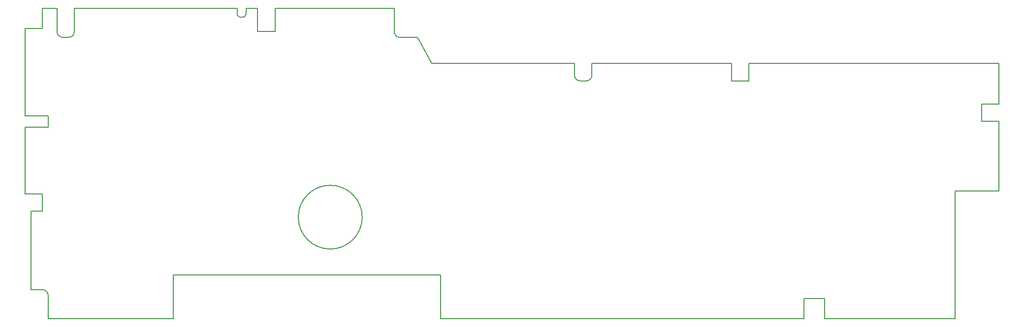
<source format=gm1>
G04 #@! TF.GenerationSoftware,KiCad,Pcbnew,(6.0.10)*
G04 #@! TF.CreationDate,2024-06-10T21:48:35+09:00*
G04 #@! TF.ProjectId,icb33h_pwb_rev2,69636233-3368-45f7-9077-625f72657632,rev?*
G04 #@! TF.SameCoordinates,Original*
G04 #@! TF.FileFunction,Profile,NP*
%FSLAX46Y46*%
G04 Gerber Fmt 4.6, Leading zero omitted, Abs format (unit mm)*
G04 Created by KiCad (PCBNEW (6.0.10)) date 2024-06-10 21:48:35*
%MOMM*%
%LPD*%
G01*
G04 APERTURE LIST*
G04 #@! TA.AperFunction,Profile*
%ADD10C,0.200000*%
G04 #@! TD*
G04 APERTURE END LIST*
D10*
X87500000Y-56500000D02*
X59500000Y-56500000D01*
X211000000Y-88000000D02*
X218500000Y-88000000D01*
X57500000Y-61500000D02*
X58500000Y-61500000D01*
X148500000Y-68000000D02*
X148500000Y-66000000D01*
X94000000Y-60500000D02*
X91000000Y-60500000D01*
X188500000Y-110000000D02*
X211000000Y-110000000D01*
X121000000Y-66000000D02*
X118500000Y-61500000D01*
X76500000Y-110000000D02*
X76500000Y-102500000D01*
X114500000Y-60500000D02*
G75*
G03*
X115500000Y-61500000I1000000J0D01*
G01*
X218500000Y-76000000D02*
X215500000Y-76000000D01*
X59500000Y-56500000D02*
X59500000Y-60500000D01*
X55000000Y-106000000D02*
X55000000Y-110000000D01*
X172500000Y-66000000D02*
X149500000Y-66000000D01*
X175500000Y-69000000D02*
X172500000Y-69000000D01*
X148500000Y-66000000D02*
X149500000Y-66000000D01*
X55000000Y-106000000D02*
G75*
G03*
X54000000Y-105000000I-1000000J0D01*
G01*
X175500000Y-66000000D02*
X175500000Y-69000000D01*
X114500000Y-60500000D02*
X114500000Y-56500000D01*
X109000000Y-92500000D02*
G75*
G03*
X109000000Y-92500000I-5500000J0D01*
G01*
X114500000Y-56500000D02*
X94000000Y-56500000D01*
X145500000Y-66000000D02*
X121000000Y-66000000D01*
X87500000Y-57500000D02*
G75*
G03*
X88000000Y-58000000I500000J0D01*
G01*
X56500000Y-56500000D02*
X54000000Y-56500000D01*
X56500000Y-56500000D02*
X56500000Y-60500000D01*
X51000000Y-75000000D02*
X55000000Y-75000000D01*
X215500000Y-76000000D02*
X215500000Y-73000000D01*
X218500000Y-73000000D02*
X218500000Y-66000000D01*
X51000000Y-88500000D02*
X54000000Y-88500000D01*
X188500000Y-106500000D02*
X188500000Y-110000000D01*
X185000000Y-110000000D02*
X185000000Y-106500000D01*
X218500000Y-66000000D02*
X175500000Y-66000000D01*
X122500000Y-102500000D02*
X122500000Y-110000000D01*
X211000000Y-110000000D02*
X211000000Y-88000000D01*
X55000000Y-110000000D02*
X76500000Y-110000000D01*
X145500000Y-66000000D02*
X145500000Y-68000000D01*
X94000000Y-56500000D02*
X94000000Y-60500000D01*
X54000000Y-88500000D02*
X54000000Y-91500000D01*
X88500000Y-58000000D02*
G75*
G03*
X89000000Y-57500000I0J500000D01*
G01*
X185000000Y-106500000D02*
X188500000Y-106500000D01*
X54000000Y-91500000D02*
X52000000Y-91500000D01*
X146500000Y-69000000D02*
X147600000Y-69000000D01*
X122500000Y-110000000D02*
X185000000Y-110000000D01*
X54000000Y-105000000D02*
X52000000Y-105000000D01*
X55000000Y-77000000D02*
X51000000Y-77000000D01*
X87500000Y-56500000D02*
X87500000Y-57500000D01*
X54000000Y-56500000D02*
X54000000Y-60000000D01*
X172500000Y-69000000D02*
X172500000Y-66000000D01*
X218500000Y-88000000D02*
X218500000Y-76000000D01*
X54000000Y-60000000D02*
X51000000Y-60000000D01*
X89000000Y-56500000D02*
X89000000Y-57500000D01*
X91000000Y-60500000D02*
X91000000Y-56500000D01*
X51000000Y-60000000D02*
X51000000Y-75000000D01*
X51000000Y-77000000D02*
X51000000Y-88500000D01*
X52000000Y-91500000D02*
X52000000Y-105000000D01*
X55000000Y-75000000D02*
X55000000Y-77000000D01*
X91000000Y-56500000D02*
X89000000Y-56500000D01*
X147600004Y-69000040D02*
G75*
G03*
X148500000Y-68000000I-105604J1000040D01*
G01*
X145500000Y-68000000D02*
G75*
G03*
X146500000Y-69000000I1000000J0D01*
G01*
X88500000Y-58000000D02*
X88000000Y-58000000D01*
X58500000Y-61500000D02*
G75*
G03*
X59500000Y-60500000I0J1000000D01*
G01*
X115500000Y-61500000D02*
X118500000Y-61500000D01*
X56500000Y-60500000D02*
G75*
G03*
X57500000Y-61500000I1000000J0D01*
G01*
X215500000Y-73000000D02*
X218500000Y-73000000D01*
X76500000Y-102500000D02*
X122500000Y-102500000D01*
M02*

</source>
